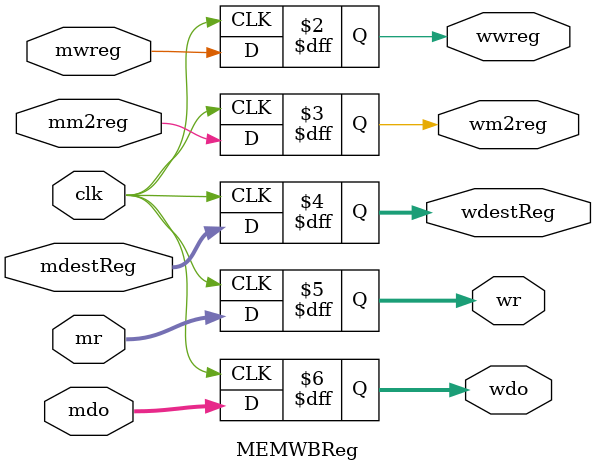
<source format=v>


module MEMWBReg(
    input mwreg, // from EXE/MEM Reg via Control Unit
    input mm2reg, // from EXE/MEM Reg via Control Unit
    input [4:0] mdestReg, // from EXE/MEM Reg via Control Unit
    input [31:0] mr, // from EXE/MEM Reg via ALU
    input [31:0] mdo, // from Data Memory File
    input clk,
    
    output reg wwreg, // to Reg_File
    output reg wm2reg, // to WB Mux
    output reg [4:0] wdestReg, // to Reg_File
    output reg [31:0] wr, // to WB Mux
    output reg [31:0] wdo // to WB Mux
    );
    
    always @(posedge clk)
    begin
        wwreg <= mwreg;
        wm2reg <= mm2reg;
        wdestReg <= mdestReg;
        wr <= mr;
        wdo <= mdo;
    end
endmodule
</source>
